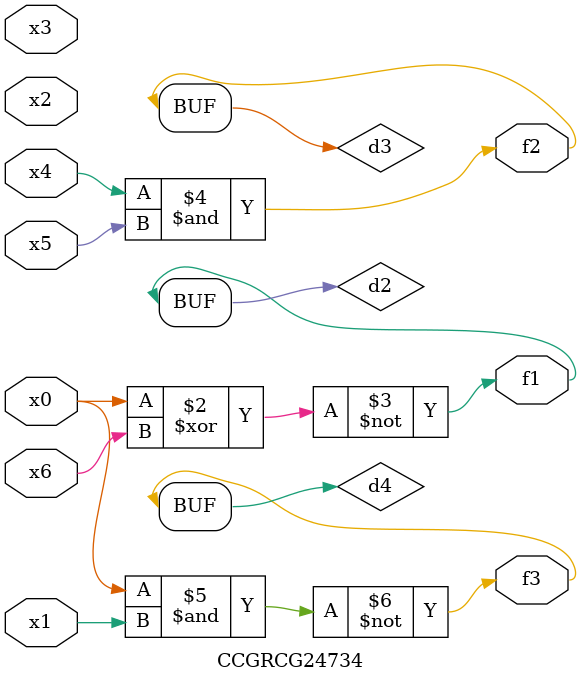
<source format=v>
module CCGRCG24734(
	input x0, x1, x2, x3, x4, x5, x6,
	output f1, f2, f3
);

	wire d1, d2, d3, d4;

	nor (d1, x0);
	xnor (d2, x0, x6);
	and (d3, x4, x5);
	nand (d4, x0, x1);
	assign f1 = d2;
	assign f2 = d3;
	assign f3 = d4;
endmodule

</source>
